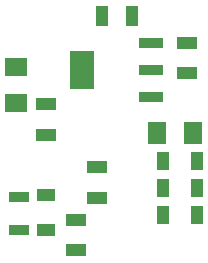
<source format=gbp>
G04*
G04 #@! TF.GenerationSoftware,Altium Limited,Altium Designer,24.8.2 (39)*
G04*
G04 Layer_Color=128*
%FSLAX25Y25*%
%MOIN*%
G70*
G04*
G04 #@! TF.SameCoordinates,DAEAB18A-5E43-4365-A400-F89FC780B00D*
G04*
G04*
G04 #@! TF.FilePolarity,Positive*
G04*
G01*
G75*
%ADD40R,0.06299X0.04134*%
%ADD41R,0.07480X0.05906*%
%ADD42R,0.06693X0.04331*%
%ADD43R,0.06693X0.03740*%
%ADD44R,0.04331X0.06496*%
%ADD45R,0.05906X0.07480*%
%ADD46R,0.08465X0.03740*%
%ADD47R,0.08465X0.12795*%
%ADD48R,0.04331X0.06693*%
D40*
X443000Y238807D02*
D03*
Y227193D02*
D03*
D41*
X433000Y281405D02*
D03*
Y269595D02*
D03*
D42*
X443000Y269118D02*
D03*
Y258882D02*
D03*
X460000Y237882D02*
D03*
Y248118D02*
D03*
X453000Y220382D02*
D03*
Y230618D02*
D03*
X490000Y279382D02*
D03*
Y289618D02*
D03*
D43*
X434000Y238012D02*
D03*
Y226988D02*
D03*
D44*
X482000Y232000D02*
D03*
X493221D02*
D03*
Y241000D02*
D03*
X482000D02*
D03*
X493110Y250000D02*
D03*
X481890D02*
D03*
D45*
X491811Y259500D02*
D03*
X480000D02*
D03*
D46*
X477917Y289555D02*
D03*
Y280500D02*
D03*
Y271445D02*
D03*
D47*
X455083Y280500D02*
D03*
D48*
X461500Y298500D02*
D03*
X471736D02*
D03*
M02*

</source>
